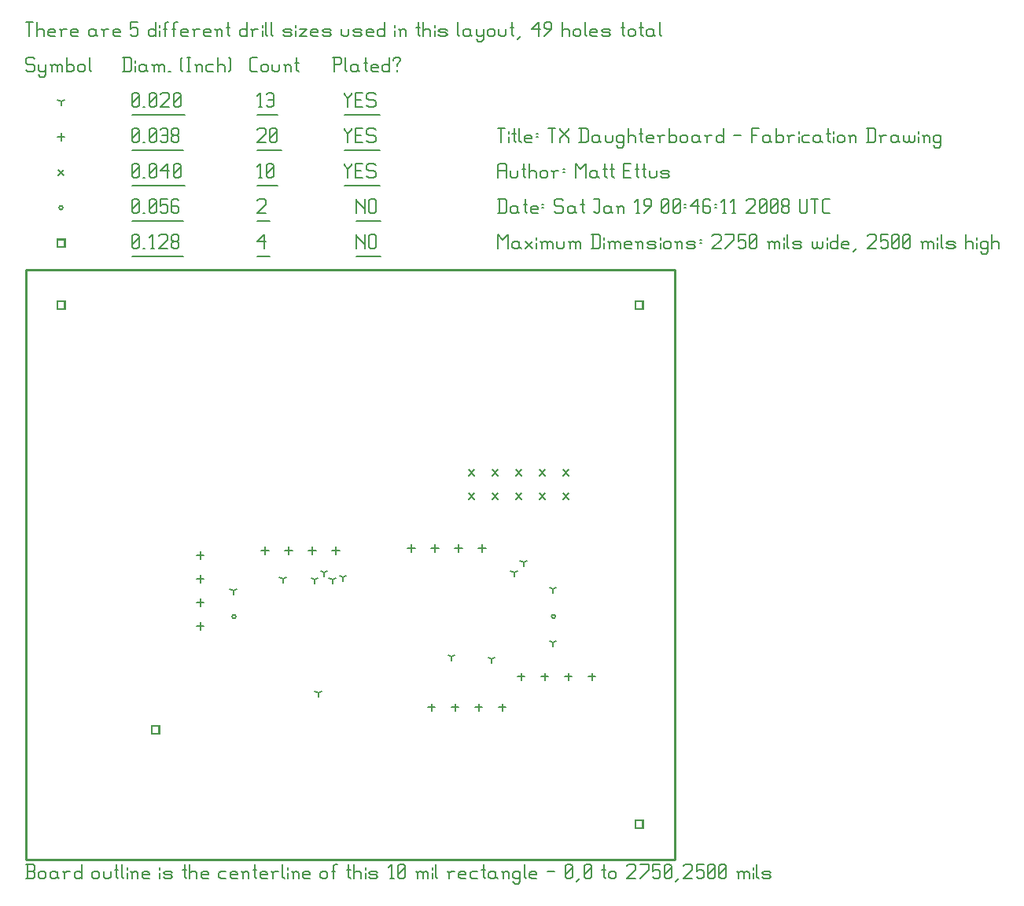
<source format=gbr>
G04 start of page 13 for group -3984 idx -3984
G04 Title: TX Daughterboard, fab *
G04 Creator: pcb 20070208 *
G04 CreationDate: Sat Jan 19 00:46:11 2008 UTC *
G04 For: matt *
G04 Format: Gerber/RS-274X *
G04 PCB-Dimensions: 275000 250000 *
G04 PCB-Coordinate-Origin: lower left *
%MOIN*%
%FSLAX24Y24*%
%LNFAB*%
%ADD11C,0.0100*%
%ADD30C,0.0060*%
%ADD31R,0.0080X0.0080*%
G54D31*X1340Y23660D02*X1660D01*
X1340D02*Y23340D01*
X1660D01*
Y23660D02*Y23340D01*
X25840Y23660D02*X26160D01*
X25840D02*Y23340D01*
X26160D01*
Y23660D02*Y23340D01*
X25840Y1660D02*X26160D01*
X25840D02*Y1340D01*
X26160D01*
Y1660D02*Y1340D01*
X5340Y5660D02*X5660D01*
X5340D02*Y5340D01*
X5660D01*
Y5660D02*Y5340D01*
X1340Y26285D02*X1660D01*
X1340D02*Y25965D01*
X1660D01*
Y26285D02*Y25965D01*
G54D30*X14000Y26500D02*Y25900D01*
Y26500D02*Y26425D01*
X14375Y26050D01*
Y26500D02*Y25900D01*
X14555Y26425D02*Y25975D01*
Y26425D02*X14630Y26500D01*
X14780D01*
X14855Y26425D01*
Y25975D01*
X14780Y25900D02*X14855Y25975D01*
X14630Y25900D02*X14780D01*
X14555Y25975D02*X14630Y25900D01*
X14000Y25574D02*X15035D01*
X9800Y26200D02*X10100Y26500D01*
X9800Y26200D02*X10175D01*
X10100Y26500D02*Y25900D01*
X9800Y25574D02*X10355D01*
X4500Y25975D02*X4575Y25900D01*
X4500Y26425D02*Y25975D01*
Y26425D02*X4575Y26500D01*
X4725D01*
X4800Y26425D01*
Y25975D01*
X4725Y25900D02*X4800Y25975D01*
X4575Y25900D02*X4725D01*
X4500Y26050D02*X4800Y26350D01*
X4980Y25900D02*X5055D01*
X5310D02*X5460D01*
X5385Y26500D02*Y25900D01*
X5235Y26350D02*X5385Y26500D01*
X5640Y26425D02*X5715Y26500D01*
X5940D01*
X6015Y26425D01*
Y26275D01*
X5640Y25900D02*X6015Y26275D01*
X5640Y25900D02*X6015D01*
X6195Y25975D02*X6270Y25900D01*
X6195Y26125D02*Y25975D01*
Y26125D02*X6270Y26200D01*
X6420D01*
X6495Y26125D01*
Y25975D01*
X6420Y25900D02*X6495Y25975D01*
X6270Y25900D02*X6420D01*
X6195Y26275D02*X6270Y26200D01*
X6195Y26425D02*Y26275D01*
Y26425D02*X6270Y26500D01*
X6420D01*
X6495Y26425D01*
Y26275D01*
X6420Y26200D02*X6495Y26275D01*
X4500Y25574D02*X6675D01*
X8750Y10300D02*G75*G03X8910Y10300I80J0D01*G01*
G75*G03X8750Y10300I-80J0D01*G01*
X22293D02*G75*G03X22453Y10300I80J0D01*G01*
G75*G03X22293Y10300I-80J0D01*G01*
X1420Y27625D02*G75*G03X1580Y27625I80J0D01*G01*
G75*G03X1420Y27625I-80J0D01*G01*
X14000Y28000D02*Y27400D01*
Y28000D02*Y27925D01*
X14375Y27550D01*
Y28000D02*Y27400D01*
X14555Y27925D02*Y27475D01*
Y27925D02*X14630Y28000D01*
X14780D01*
X14855Y27925D01*
Y27475D01*
X14780Y27400D02*X14855Y27475D01*
X14630Y27400D02*X14780D01*
X14555Y27475D02*X14630Y27400D01*
X14000Y27074D02*X15035D01*
X9800Y27925D02*X9875Y28000D01*
X10100D01*
X10175Y27925D01*
Y27775D01*
X9800Y27400D02*X10175Y27775D01*
X9800Y27400D02*X10175D01*
X9800Y27074D02*X10355D01*
X4500Y27475D02*X4575Y27400D01*
X4500Y27925D02*Y27475D01*
Y27925D02*X4575Y28000D01*
X4725D01*
X4800Y27925D01*
Y27475D01*
X4725Y27400D02*X4800Y27475D01*
X4575Y27400D02*X4725D01*
X4500Y27550D02*X4800Y27850D01*
X4980Y27400D02*X5055D01*
X5235Y27475D02*X5310Y27400D01*
X5235Y27925D02*Y27475D01*
Y27925D02*X5310Y28000D01*
X5460D01*
X5535Y27925D01*
Y27475D01*
X5460Y27400D02*X5535Y27475D01*
X5310Y27400D02*X5460D01*
X5235Y27550D02*X5535Y27850D01*
X5715Y28000D02*X6015D01*
X5715D02*Y27700D01*
X5790Y27775D01*
X5940D01*
X6015Y27700D01*
Y27475D01*
X5940Y27400D02*X6015Y27475D01*
X5790Y27400D02*X5940D01*
X5715Y27475D02*X5790Y27400D01*
X6420Y28000D02*X6495Y27925D01*
X6270Y28000D02*X6420D01*
X6195Y27925D02*X6270Y28000D01*
X6195Y27925D02*Y27475D01*
X6270Y27400D01*
X6420Y27700D02*X6495Y27625D01*
X6195Y27700D02*X6420D01*
X6270Y27400D02*X6420D01*
X6495Y27475D01*
Y27625D02*Y27475D01*
X4500Y27074D02*X6675D01*
X18780Y15520D02*X19020Y15280D01*
X18780D02*X19020Y15520D01*
X18780Y16520D02*X19020Y16280D01*
X18780D02*X19020Y16520D01*
X19780Y15520D02*X20020Y15280D01*
X19780D02*X20020Y15520D01*
X19780Y16520D02*X20020Y16280D01*
X19780D02*X20020Y16520D01*
X20780Y15520D02*X21020Y15280D01*
X20780D02*X21020Y15520D01*
X20780Y16520D02*X21020Y16280D01*
X20780D02*X21020Y16520D01*
X21780Y15520D02*X22020Y15280D01*
X21780D02*X22020Y15520D01*
X21780Y16520D02*X22020Y16280D01*
X21780D02*X22020Y16520D01*
X22780Y15520D02*X23020Y15280D01*
X22780D02*X23020Y15520D01*
X22780Y16520D02*X23020Y16280D01*
X22780D02*X23020Y16520D01*
X1380Y29245D02*X1620Y29005D01*
X1380D02*X1620Y29245D01*
X13500Y29500D02*Y29425D01*
X13650Y29275D01*
X13800Y29425D01*
Y29500D02*Y29425D01*
X13650Y29275D02*Y28900D01*
X13980Y29200D02*X14205D01*
X13980Y28900D02*X14280D01*
X13980Y29500D02*Y28900D01*
Y29500D02*X14280D01*
X14760D02*X14835Y29425D01*
X14535Y29500D02*X14760D01*
X14460Y29425D02*X14535Y29500D01*
X14460Y29425D02*Y29275D01*
X14535Y29200D01*
X14760D01*
X14835Y29125D01*
Y28975D01*
X14760Y28900D02*X14835Y28975D01*
X14535Y28900D02*X14760D01*
X14460Y28975D02*X14535Y28900D01*
X13500Y28574D02*X15015D01*
X9875Y28900D02*X10025D01*
X9950Y29500D02*Y28900D01*
X9800Y29350D02*X9950Y29500D01*
X10205Y28975D02*X10280Y28900D01*
X10205Y29425D02*Y28975D01*
Y29425D02*X10280Y29500D01*
X10430D01*
X10505Y29425D01*
Y28975D01*
X10430Y28900D02*X10505Y28975D01*
X10280Y28900D02*X10430D01*
X10205Y29050D02*X10505Y29350D01*
X9800Y28574D02*X10685D01*
X4500Y28975D02*X4575Y28900D01*
X4500Y29425D02*Y28975D01*
Y29425D02*X4575Y29500D01*
X4725D01*
X4800Y29425D01*
Y28975D01*
X4725Y28900D02*X4800Y28975D01*
X4575Y28900D02*X4725D01*
X4500Y29050D02*X4800Y29350D01*
X4980Y28900D02*X5055D01*
X5235Y28975D02*X5310Y28900D01*
X5235Y29425D02*Y28975D01*
Y29425D02*X5310Y29500D01*
X5460D01*
X5535Y29425D01*
Y28975D01*
X5460Y28900D02*X5535Y28975D01*
X5310Y28900D02*X5460D01*
X5235Y29050D02*X5535Y29350D01*
X5715Y29200D02*X6015Y29500D01*
X5715Y29200D02*X6090D01*
X6015Y29500D02*Y28900D01*
X6270Y28975D02*X6345Y28900D01*
X6270Y29425D02*Y28975D01*
Y29425D02*X6345Y29500D01*
X6495D01*
X6570Y29425D01*
Y28975D01*
X6495Y28900D02*X6570Y28975D01*
X6345Y28900D02*X6495D01*
X6270Y29050D02*X6570Y29350D01*
X4500Y28574D02*X6750D01*
X20200Y6610D02*Y6290D01*
X20040Y6450D02*X20360D01*
X19200Y6610D02*Y6290D01*
X19040Y6450D02*X19360D01*
X18200Y6610D02*Y6290D01*
X18040Y6450D02*X18360D01*
X17200Y6610D02*Y6290D01*
X17040Y6450D02*X17360D01*
X16350Y13360D02*Y13040D01*
X16190Y13200D02*X16510D01*
X17350Y13360D02*Y13040D01*
X17190Y13200D02*X17510D01*
X18350Y13360D02*Y13040D01*
X18190Y13200D02*X18510D01*
X19350Y13360D02*Y13040D01*
X19190Y13200D02*X19510D01*
X10150Y13260D02*Y12940D01*
X9990Y13100D02*X10310D01*
X11150Y13260D02*Y12940D01*
X10990Y13100D02*X11310D01*
X12150Y13260D02*Y12940D01*
X11990Y13100D02*X12310D01*
X13150Y13260D02*Y12940D01*
X12990Y13100D02*X13310D01*
X7400Y10060D02*Y9740D01*
X7240Y9900D02*X7560D01*
X7400Y11060D02*Y10740D01*
X7240Y10900D02*X7560D01*
X7400Y12060D02*Y11740D01*
X7240Y11900D02*X7560D01*
X7400Y13060D02*Y12740D01*
X7240Y12900D02*X7560D01*
X21000Y7910D02*Y7590D01*
X20840Y7750D02*X21160D01*
X22000Y7910D02*Y7590D01*
X21840Y7750D02*X22160D01*
X23000Y7910D02*Y7590D01*
X22840Y7750D02*X23160D01*
X24000Y7910D02*Y7590D01*
X23840Y7750D02*X24160D01*
X1500Y30785D02*Y30465D01*
X1340Y30625D02*X1660D01*
X13500Y31000D02*Y30925D01*
X13650Y30775D01*
X13800Y30925D01*
Y31000D02*Y30925D01*
X13650Y30775D02*Y30400D01*
X13980Y30700D02*X14205D01*
X13980Y30400D02*X14280D01*
X13980Y31000D02*Y30400D01*
Y31000D02*X14280D01*
X14760D02*X14835Y30925D01*
X14535Y31000D02*X14760D01*
X14460Y30925D02*X14535Y31000D01*
X14460Y30925D02*Y30775D01*
X14535Y30700D01*
X14760D01*
X14835Y30625D01*
Y30475D01*
X14760Y30400D02*X14835Y30475D01*
X14535Y30400D02*X14760D01*
X14460Y30475D02*X14535Y30400D01*
X13500Y30074D02*X15015D01*
X9800Y30925D02*X9875Y31000D01*
X10100D01*
X10175Y30925D01*
Y30775D01*
X9800Y30400D02*X10175Y30775D01*
X9800Y30400D02*X10175D01*
X10355Y30475D02*X10430Y30400D01*
X10355Y30925D02*Y30475D01*
Y30925D02*X10430Y31000D01*
X10580D01*
X10655Y30925D01*
Y30475D01*
X10580Y30400D02*X10655Y30475D01*
X10430Y30400D02*X10580D01*
X10355Y30550D02*X10655Y30850D01*
X9800Y30074D02*X10835D01*
X4500Y30475D02*X4575Y30400D01*
X4500Y30925D02*Y30475D01*
Y30925D02*X4575Y31000D01*
X4725D01*
X4800Y30925D01*
Y30475D01*
X4725Y30400D02*X4800Y30475D01*
X4575Y30400D02*X4725D01*
X4500Y30550D02*X4800Y30850D01*
X4980Y30400D02*X5055D01*
X5235Y30475D02*X5310Y30400D01*
X5235Y30925D02*Y30475D01*
Y30925D02*X5310Y31000D01*
X5460D01*
X5535Y30925D01*
Y30475D01*
X5460Y30400D02*X5535Y30475D01*
X5310Y30400D02*X5460D01*
X5235Y30550D02*X5535Y30850D01*
X5715Y30925D02*X5790Y31000D01*
X5940D01*
X6015Y30925D01*
Y30475D01*
X5940Y30400D02*X6015Y30475D01*
X5790Y30400D02*X5940D01*
X5715Y30475D02*X5790Y30400D01*
Y30700D02*X6015D01*
X6195Y30475D02*X6270Y30400D01*
X6195Y30625D02*Y30475D01*
Y30625D02*X6270Y30700D01*
X6420D01*
X6495Y30625D01*
Y30475D01*
X6420Y30400D02*X6495Y30475D01*
X6270Y30400D02*X6420D01*
X6195Y30775D02*X6270Y30700D01*
X6195Y30925D02*Y30775D01*
Y30925D02*X6270Y31000D01*
X6420D01*
X6495Y30925D01*
Y30775D01*
X6420Y30700D02*X6495Y30775D01*
X4500Y30074D02*X6675D01*
X18050Y8600D02*Y8440D01*
Y8600D02*X18188Y8680D01*
X18050Y8600D02*X17911Y8680D01*
X19750Y8500D02*Y8340D01*
Y8500D02*X19888Y8580D01*
X19750Y8500D02*X19611Y8580D01*
X22350Y9200D02*Y9040D01*
Y9200D02*X22488Y9280D01*
X22350Y9200D02*X22211Y9280D01*
X22350Y11450D02*Y11290D01*
Y11450D02*X22488Y11530D01*
X22350Y11450D02*X22211Y11530D01*
X13450Y11950D02*Y11790D01*
Y11950D02*X13588Y12030D01*
X13450Y11950D02*X13311Y12030D01*
X13000Y11850D02*Y11690D01*
Y11850D02*X13138Y11930D01*
X13000Y11850D02*X12861Y11930D01*
X10900Y11900D02*Y11740D01*
Y11900D02*X11038Y11980D01*
X10900Y11900D02*X10761Y11980D01*
X12400Y7050D02*Y6890D01*
Y7050D02*X12538Y7130D01*
X12400Y7050D02*X12261Y7130D01*
X12650Y12150D02*Y11990D01*
Y12150D02*X12788Y12230D01*
X12650Y12150D02*X12511Y12230D01*
X12250Y11850D02*Y11690D01*
Y11850D02*X12388Y11930D01*
X12250Y11850D02*X12111Y11930D01*
X8800Y11400D02*Y11240D01*
Y11400D02*X8938Y11480D01*
X8800Y11400D02*X8661Y11480D01*
X20700Y12150D02*Y11990D01*
Y12150D02*X20838Y12230D01*
X20700Y12150D02*X20561Y12230D01*
X21100Y12600D02*Y12440D01*
Y12600D02*X21238Y12680D01*
X21100Y12600D02*X20961Y12680D01*
X1500Y32125D02*Y31965D01*
Y32125D02*X1638Y32205D01*
X1500Y32125D02*X1361Y32205D01*
X13500Y32500D02*Y32425D01*
X13650Y32275D01*
X13800Y32425D01*
Y32500D02*Y32425D01*
X13650Y32275D02*Y31900D01*
X13980Y32200D02*X14205D01*
X13980Y31900D02*X14280D01*
X13980Y32500D02*Y31900D01*
Y32500D02*X14280D01*
X14760D02*X14835Y32425D01*
X14535Y32500D02*X14760D01*
X14460Y32425D02*X14535Y32500D01*
X14460Y32425D02*Y32275D01*
X14535Y32200D01*
X14760D01*
X14835Y32125D01*
Y31975D01*
X14760Y31900D02*X14835Y31975D01*
X14535Y31900D02*X14760D01*
X14460Y31975D02*X14535Y31900D01*
X13500Y31574D02*X15015D01*
X9875Y31900D02*X10025D01*
X9950Y32500D02*Y31900D01*
X9800Y32350D02*X9950Y32500D01*
X10205Y32425D02*X10280Y32500D01*
X10430D01*
X10505Y32425D01*
Y31975D01*
X10430Y31900D02*X10505Y31975D01*
X10280Y31900D02*X10430D01*
X10205Y31975D02*X10280Y31900D01*
Y32200D02*X10505D01*
X9800Y31574D02*X10685D01*
X4500Y31975D02*X4575Y31900D01*
X4500Y32425D02*Y31975D01*
Y32425D02*X4575Y32500D01*
X4725D01*
X4800Y32425D01*
Y31975D01*
X4725Y31900D02*X4800Y31975D01*
X4575Y31900D02*X4725D01*
X4500Y32050D02*X4800Y32350D01*
X4980Y31900D02*X5055D01*
X5235Y31975D02*X5310Y31900D01*
X5235Y32425D02*Y31975D01*
Y32425D02*X5310Y32500D01*
X5460D01*
X5535Y32425D01*
Y31975D01*
X5460Y31900D02*X5535Y31975D01*
X5310Y31900D02*X5460D01*
X5235Y32050D02*X5535Y32350D01*
X5715Y32425D02*X5790Y32500D01*
X6015D01*
X6090Y32425D01*
Y32275D01*
X5715Y31900D02*X6090Y32275D01*
X5715Y31900D02*X6090D01*
X6270Y31975D02*X6345Y31900D01*
X6270Y32425D02*Y31975D01*
Y32425D02*X6345Y32500D01*
X6495D01*
X6570Y32425D01*
Y31975D01*
X6495Y31900D02*X6570Y31975D01*
X6345Y31900D02*X6495D01*
X6270Y32050D02*X6570Y32350D01*
X4500Y31574D02*X6750D01*
X300Y34000D02*X375Y33925D01*
X75Y34000D02*X300D01*
X0Y33925D02*X75Y34000D01*
X0Y33925D02*Y33775D01*
X75Y33700D01*
X300D01*
X375Y33625D01*
Y33475D01*
X300Y33400D02*X375Y33475D01*
X75Y33400D02*X300D01*
X0Y33475D02*X75Y33400D01*
X555Y33700D02*Y33475D01*
X630Y33400D01*
X855Y33700D02*Y33250D01*
X780Y33175D02*X855Y33250D01*
X630Y33175D02*X780D01*
X555Y33250D02*X630Y33175D01*
Y33400D02*X780D01*
X855Y33475D01*
X1110Y33625D02*Y33400D01*
Y33625D02*X1185Y33700D01*
X1260D01*
X1335Y33625D01*
Y33400D01*
Y33625D02*X1410Y33700D01*
X1485D01*
X1560Y33625D01*
Y33400D01*
X1035Y33700D02*X1110Y33625D01*
X1740Y34000D02*Y33400D01*
Y33475D02*X1815Y33400D01*
X1965D01*
X2040Y33475D01*
Y33625D02*Y33475D01*
X1965Y33700D02*X2040Y33625D01*
X1815Y33700D02*X1965D01*
X1740Y33625D02*X1815Y33700D01*
X2220Y33625D02*Y33475D01*
Y33625D02*X2295Y33700D01*
X2445D01*
X2520Y33625D01*
Y33475D01*
X2445Y33400D02*X2520Y33475D01*
X2295Y33400D02*X2445D01*
X2220Y33475D02*X2295Y33400D01*
X2700Y34000D02*Y33475D01*
X2775Y33400D01*
X4175Y34000D02*Y33400D01*
X4400Y34000D02*X4475Y33925D01*
Y33475D01*
X4400Y33400D02*X4475Y33475D01*
X4100Y33400D02*X4400D01*
X4100Y34000D02*X4400D01*
X4655Y33850D02*Y33775D01*
Y33625D02*Y33400D01*
X5030Y33700D02*X5105Y33625D01*
X4880Y33700D02*X5030D01*
X4805Y33625D02*X4880Y33700D01*
X4805Y33625D02*Y33475D01*
X4880Y33400D01*
X5105Y33700D02*Y33475D01*
X5180Y33400D01*
X4880D02*X5030D01*
X5105Y33475D01*
X5435Y33625D02*Y33400D01*
Y33625D02*X5510Y33700D01*
X5585D01*
X5660Y33625D01*
Y33400D01*
Y33625D02*X5735Y33700D01*
X5810D01*
X5885Y33625D01*
Y33400D01*
X5360Y33700D02*X5435Y33625D01*
X6065Y33400D02*X6140D01*
X6590Y33475D02*X6665Y33400D01*
X6590Y33925D02*X6665Y34000D01*
X6590Y33925D02*Y33475D01*
X6845Y34000D02*X6995D01*
X6920D02*Y33400D01*
X6845D02*X6995D01*
X7251Y33625D02*Y33400D01*
Y33625D02*X7326Y33700D01*
X7401D01*
X7476Y33625D01*
Y33400D01*
X7176Y33700D02*X7251Y33625D01*
X7731Y33700D02*X7956D01*
X7656Y33625D02*X7731Y33700D01*
X7656Y33625D02*Y33475D01*
X7731Y33400D01*
X7956D01*
X8136Y34000D02*Y33400D01*
Y33625D02*X8211Y33700D01*
X8361D01*
X8436Y33625D01*
Y33400D01*
X8616Y34000D02*X8691Y33925D01*
Y33475D01*
X8616Y33400D02*X8691Y33475D01*
X9575Y33400D02*X9800D01*
X9500Y33475D02*X9575Y33400D01*
X9500Y33925D02*Y33475D01*
Y33925D02*X9575Y34000D01*
X9800D01*
X9980Y33625D02*Y33475D01*
Y33625D02*X10055Y33700D01*
X10205D01*
X10280Y33625D01*
Y33475D01*
X10205Y33400D02*X10280Y33475D01*
X10055Y33400D02*X10205D01*
X9980Y33475D02*X10055Y33400D01*
X10460Y33700D02*Y33475D01*
X10535Y33400D01*
X10685D01*
X10760Y33475D01*
Y33700D02*Y33475D01*
X11015Y33625D02*Y33400D01*
Y33625D02*X11090Y33700D01*
X11165D01*
X11240Y33625D01*
Y33400D01*
X10940Y33700D02*X11015Y33625D01*
X11495Y34000D02*Y33475D01*
X11570Y33400D01*
X11420Y33775D02*X11570D01*
X13075Y34000D02*Y33400D01*
X13000Y34000D02*X13300D01*
X13375Y33925D01*
Y33775D01*
X13300Y33700D02*X13375Y33775D01*
X13075Y33700D02*X13300D01*
X13555Y34000D02*Y33475D01*
X13630Y33400D01*
X14005Y33700D02*X14080Y33625D01*
X13855Y33700D02*X14005D01*
X13780Y33625D02*X13855Y33700D01*
X13780Y33625D02*Y33475D01*
X13855Y33400D01*
X14080Y33700D02*Y33475D01*
X14155Y33400D01*
X13855D02*X14005D01*
X14080Y33475D01*
X14410Y34000D02*Y33475D01*
X14485Y33400D01*
X14335Y33775D02*X14485D01*
X14710Y33400D02*X14935D01*
X14635Y33475D02*X14710Y33400D01*
X14635Y33625D02*Y33475D01*
Y33625D02*X14710Y33700D01*
X14860D01*
X14935Y33625D01*
X14635Y33550D02*X14935D01*
Y33625D02*Y33550D01*
X15415Y34000D02*Y33400D01*
X15340D02*X15415Y33475D01*
X15190Y33400D02*X15340D01*
X15115Y33475D02*X15190Y33400D01*
X15115Y33625D02*Y33475D01*
Y33625D02*X15190Y33700D01*
X15340D01*
X15415Y33625D01*
X15745Y33700D02*Y33625D01*
Y33475D02*Y33400D01*
X15595Y33925D02*Y33850D01*
Y33925D02*X15670Y34000D01*
X15820D01*
X15895Y33925D01*
Y33850D01*
X15745Y33700D02*X15895Y33850D01*
X0Y35500D02*X300D01*
X150D02*Y34900D01*
X480Y35500D02*Y34900D01*
Y35125D02*X555Y35200D01*
X705D01*
X780Y35125D01*
Y34900D01*
X1035D02*X1260D01*
X960Y34975D02*X1035Y34900D01*
X960Y35125D02*Y34975D01*
Y35125D02*X1035Y35200D01*
X1185D01*
X1260Y35125D01*
X960Y35050D02*X1260D01*
Y35125D02*Y35050D01*
X1515Y35125D02*Y34900D01*
Y35125D02*X1590Y35200D01*
X1740D01*
X1440D02*X1515Y35125D01*
X1995Y34900D02*X2220D01*
X1920Y34975D02*X1995Y34900D01*
X1920Y35125D02*Y34975D01*
Y35125D02*X1995Y35200D01*
X2145D01*
X2220Y35125D01*
X1920Y35050D02*X2220D01*
Y35125D02*Y35050D01*
X2895Y35200D02*X2970Y35125D01*
X2745Y35200D02*X2895D01*
X2670Y35125D02*X2745Y35200D01*
X2670Y35125D02*Y34975D01*
X2745Y34900D01*
X2970Y35200D02*Y34975D01*
X3045Y34900D01*
X2745D02*X2895D01*
X2970Y34975D01*
X3300Y35125D02*Y34900D01*
Y35125D02*X3375Y35200D01*
X3525D01*
X3225D02*X3300Y35125D01*
X3781Y34900D02*X4006D01*
X3706Y34975D02*X3781Y34900D01*
X3706Y35125D02*Y34975D01*
Y35125D02*X3781Y35200D01*
X3931D01*
X4006Y35125D01*
X3706Y35050D02*X4006D01*
Y35125D02*Y35050D01*
X4456Y35500D02*X4756D01*
X4456D02*Y35200D01*
X4531Y35275D01*
X4681D01*
X4756Y35200D01*
Y34975D01*
X4681Y34900D02*X4756Y34975D01*
X4531Y34900D02*X4681D01*
X4456Y34975D02*X4531Y34900D01*
X5506Y35500D02*Y34900D01*
X5431D02*X5506Y34975D01*
X5281Y34900D02*X5431D01*
X5206Y34975D02*X5281Y34900D01*
X5206Y35125D02*Y34975D01*
Y35125D02*X5281Y35200D01*
X5431D01*
X5506Y35125D01*
X5686Y35350D02*Y35275D01*
Y35125D02*Y34900D01*
X5911Y35425D02*Y34900D01*
Y35425D02*X5986Y35500D01*
X6061D01*
X5836Y35200D02*X5986D01*
X6286Y35425D02*Y34900D01*
Y35425D02*X6361Y35500D01*
X6436D01*
X6211Y35200D02*X6361D01*
X6661Y34900D02*X6886D01*
X6586Y34975D02*X6661Y34900D01*
X6586Y35125D02*Y34975D01*
Y35125D02*X6661Y35200D01*
X6811D01*
X6886Y35125D01*
X6586Y35050D02*X6886D01*
Y35125D02*Y35050D01*
X7142Y35125D02*Y34900D01*
Y35125D02*X7217Y35200D01*
X7367D01*
X7067D02*X7142Y35125D01*
X7622Y34900D02*X7847D01*
X7547Y34975D02*X7622Y34900D01*
X7547Y35125D02*Y34975D01*
Y35125D02*X7622Y35200D01*
X7772D01*
X7847Y35125D01*
X7547Y35050D02*X7847D01*
Y35125D02*Y35050D01*
X8102Y35125D02*Y34900D01*
Y35125D02*X8177Y35200D01*
X8252D01*
X8327Y35125D01*
Y34900D01*
X8027Y35200D02*X8102Y35125D01*
X8582Y35500D02*Y34975D01*
X8657Y34900D01*
X8507Y35275D02*X8657D01*
X9377Y35500D02*Y34900D01*
X9302D02*X9377Y34975D01*
X9152Y34900D02*X9302D01*
X9077Y34975D02*X9152Y34900D01*
X9077Y35125D02*Y34975D01*
Y35125D02*X9152Y35200D01*
X9302D01*
X9377Y35125D01*
X9632D02*Y34900D01*
Y35125D02*X9707Y35200D01*
X9857D01*
X9557D02*X9632Y35125D01*
X10038Y35350D02*Y35275D01*
Y35125D02*Y34900D01*
X10188Y35500D02*Y34975D01*
X10263Y34900D01*
X10413Y35500D02*Y34975D01*
X10488Y34900D01*
X10983D02*X11208D01*
X11283Y34975D01*
X11208Y35050D02*X11283Y34975D01*
X10983Y35050D02*X11208D01*
X10908Y35125D02*X10983Y35050D01*
X10908Y35125D02*X10983Y35200D01*
X11208D01*
X11283Y35125D01*
X10908Y34975D02*X10983Y34900D01*
X11463Y35350D02*Y35275D01*
Y35125D02*Y34900D01*
X11613Y35200D02*X11913D01*
X11613Y34900D02*X11913Y35200D01*
X11613Y34900D02*X11913D01*
X12168D02*X12393D01*
X12093Y34975D02*X12168Y34900D01*
X12093Y35125D02*Y34975D01*
Y35125D02*X12168Y35200D01*
X12318D01*
X12393Y35125D01*
X12093Y35050D02*X12393D01*
Y35125D02*Y35050D01*
X12649Y34900D02*X12874D01*
X12949Y34975D01*
X12874Y35050D02*X12949Y34975D01*
X12649Y35050D02*X12874D01*
X12574Y35125D02*X12649Y35050D01*
X12574Y35125D02*X12649Y35200D01*
X12874D01*
X12949Y35125D01*
X12574Y34975D02*X12649Y34900D01*
X13399Y35200D02*Y34975D01*
X13474Y34900D01*
X13624D01*
X13699Y34975D01*
Y35200D02*Y34975D01*
X13954Y34900D02*X14179D01*
X14254Y34975D01*
X14179Y35050D02*X14254Y34975D01*
X13954Y35050D02*X14179D01*
X13879Y35125D02*X13954Y35050D01*
X13879Y35125D02*X13954Y35200D01*
X14179D01*
X14254Y35125D01*
X13879Y34975D02*X13954Y34900D01*
X14509D02*X14734D01*
X14434Y34975D02*X14509Y34900D01*
X14434Y35125D02*Y34975D01*
Y35125D02*X14509Y35200D01*
X14659D01*
X14734Y35125D01*
X14434Y35050D02*X14734D01*
Y35125D02*Y35050D01*
X15214Y35500D02*Y34900D01*
X15139D02*X15214Y34975D01*
X14989Y34900D02*X15139D01*
X14914Y34975D02*X14989Y34900D01*
X14914Y35125D02*Y34975D01*
Y35125D02*X14989Y35200D01*
X15139D01*
X15214Y35125D01*
X15664Y35350D02*Y35275D01*
Y35125D02*Y34900D01*
X15889Y35125D02*Y34900D01*
Y35125D02*X15964Y35200D01*
X16039D01*
X16114Y35125D01*
Y34900D01*
X15814Y35200D02*X15889Y35125D01*
X16640Y35500D02*Y34975D01*
X16715Y34900D01*
X16565Y35275D02*X16715D01*
X16865Y35500D02*Y34900D01*
Y35125D02*X16940Y35200D01*
X17090D01*
X17165Y35125D01*
Y34900D01*
X17345Y35350D02*Y35275D01*
Y35125D02*Y34900D01*
X17570D02*X17795D01*
X17870Y34975D01*
X17795Y35050D02*X17870Y34975D01*
X17570Y35050D02*X17795D01*
X17495Y35125D02*X17570Y35050D01*
X17495Y35125D02*X17570Y35200D01*
X17795D01*
X17870Y35125D01*
X17495Y34975D02*X17570Y34900D01*
X18320Y35500D02*Y34975D01*
X18395Y34900D01*
X18770Y35200D02*X18845Y35125D01*
X18620Y35200D02*X18770D01*
X18545Y35125D02*X18620Y35200D01*
X18545Y35125D02*Y34975D01*
X18620Y34900D01*
X18845Y35200D02*Y34975D01*
X18920Y34900D01*
X18620D02*X18770D01*
X18845Y34975D01*
X19101Y35200D02*Y34975D01*
X19176Y34900D01*
X19401Y35200D02*Y34750D01*
X19326Y34675D02*X19401Y34750D01*
X19176Y34675D02*X19326D01*
X19101Y34750D02*X19176Y34675D01*
Y34900D02*X19326D01*
X19401Y34975D01*
X19581Y35125D02*Y34975D01*
Y35125D02*X19656Y35200D01*
X19806D01*
X19881Y35125D01*
Y34975D01*
X19806Y34900D02*X19881Y34975D01*
X19656Y34900D02*X19806D01*
X19581Y34975D02*X19656Y34900D01*
X20061Y35200D02*Y34975D01*
X20136Y34900D01*
X20286D01*
X20361Y34975D01*
Y35200D02*Y34975D01*
X20616Y35500D02*Y34975D01*
X20691Y34900D01*
X20541Y35275D02*X20691D01*
X20841Y34750D02*X20991Y34900D01*
X21441Y35200D02*X21741Y35500D01*
X21441Y35200D02*X21816D01*
X21741Y35500D02*Y34900D01*
X21996D02*X22296Y35200D01*
Y35425D02*Y35200D01*
X22221Y35500D02*X22296Y35425D01*
X22071Y35500D02*X22221D01*
X21996Y35425D02*X22071Y35500D01*
X21996Y35425D02*Y35275D01*
X22071Y35200D01*
X22296D01*
X22747Y35500D02*Y34900D01*
Y35125D02*X22822Y35200D01*
X22972D01*
X23047Y35125D01*
Y34900D01*
X23227Y35125D02*Y34975D01*
Y35125D02*X23302Y35200D01*
X23452D01*
X23527Y35125D01*
Y34975D01*
X23452Y34900D02*X23527Y34975D01*
X23302Y34900D02*X23452D01*
X23227Y34975D02*X23302Y34900D01*
X23707Y35500D02*Y34975D01*
X23782Y34900D01*
X24007D02*X24232D01*
X23932Y34975D02*X24007Y34900D01*
X23932Y35125D02*Y34975D01*
Y35125D02*X24007Y35200D01*
X24157D01*
X24232Y35125D01*
X23932Y35050D02*X24232D01*
Y35125D02*Y35050D01*
X24487Y34900D02*X24712D01*
X24787Y34975D01*
X24712Y35050D02*X24787Y34975D01*
X24487Y35050D02*X24712D01*
X24412Y35125D02*X24487Y35050D01*
X24412Y35125D02*X24487Y35200D01*
X24712D01*
X24787Y35125D01*
X24412Y34975D02*X24487Y34900D01*
X25312Y35500D02*Y34975D01*
X25387Y34900D01*
X25237Y35275D02*X25387D01*
X25537Y35125D02*Y34975D01*
Y35125D02*X25612Y35200D01*
X25762D01*
X25837Y35125D01*
Y34975D01*
X25762Y34900D02*X25837Y34975D01*
X25612Y34900D02*X25762D01*
X25537Y34975D02*X25612Y34900D01*
X26093Y35500D02*Y34975D01*
X26168Y34900D01*
X26018Y35275D02*X26168D01*
X26543Y35200D02*X26618Y35125D01*
X26393Y35200D02*X26543D01*
X26318Y35125D02*X26393Y35200D01*
X26318Y35125D02*Y34975D01*
X26393Y34900D01*
X26618Y35200D02*Y34975D01*
X26693Y34900D01*
X26393D02*X26543D01*
X26618Y34975D01*
X26873Y35500D02*Y34975D01*
X26948Y34900D01*
G54D11*X0Y25000D02*X27500D01*
X0D02*Y0D01*
X27500Y25000D02*Y0D01*
X0D02*X27500D01*
G54D30*X20000Y26500D02*Y25900D01*
Y26500D02*X20225Y26275D01*
X20450Y26500D01*
Y25900D01*
X20855Y26200D02*X20930Y26125D01*
X20705Y26200D02*X20855D01*
X20630Y26125D02*X20705Y26200D01*
X20630Y26125D02*Y25975D01*
X20705Y25900D01*
X20930Y26200D02*Y25975D01*
X21005Y25900D01*
X20705D02*X20855D01*
X20930Y25975D01*
X21185Y26200D02*X21485Y25900D01*
X21185D02*X21485Y26200D01*
X21665Y26350D02*Y26275D01*
Y26125D02*Y25900D01*
X21890Y26125D02*Y25900D01*
Y26125D02*X21965Y26200D01*
X22040D01*
X22115Y26125D01*
Y25900D01*
Y26125D02*X22190Y26200D01*
X22265D01*
X22340Y26125D01*
Y25900D01*
X21815Y26200D02*X21890Y26125D01*
X22520Y26200D02*Y25975D01*
X22595Y25900D01*
X22745D01*
X22820Y25975D01*
Y26200D02*Y25975D01*
X23075Y26125D02*Y25900D01*
Y26125D02*X23150Y26200D01*
X23225D01*
X23300Y26125D01*
Y25900D01*
Y26125D02*X23375Y26200D01*
X23450D01*
X23525Y26125D01*
Y25900D01*
X23000Y26200D02*X23075Y26125D01*
X24051Y26500D02*Y25900D01*
X24276Y26500D02*X24351Y26425D01*
Y25975D01*
X24276Y25900D02*X24351Y25975D01*
X23976Y25900D02*X24276D01*
X23976Y26500D02*X24276D01*
X24531Y26350D02*Y26275D01*
Y26125D02*Y25900D01*
X24756Y26125D02*Y25900D01*
Y26125D02*X24831Y26200D01*
X24906D01*
X24981Y26125D01*
Y25900D01*
Y26125D02*X25056Y26200D01*
X25131D01*
X25206Y26125D01*
Y25900D01*
X24681Y26200D02*X24756Y26125D01*
X25461Y25900D02*X25686D01*
X25386Y25975D02*X25461Y25900D01*
X25386Y26125D02*Y25975D01*
Y26125D02*X25461Y26200D01*
X25611D01*
X25686Y26125D01*
X25386Y26050D02*X25686D01*
Y26125D02*Y26050D01*
X25941Y26125D02*Y25900D01*
Y26125D02*X26016Y26200D01*
X26091D01*
X26166Y26125D01*
Y25900D01*
X25866Y26200D02*X25941Y26125D01*
X26421Y25900D02*X26646D01*
X26721Y25975D01*
X26646Y26050D02*X26721Y25975D01*
X26421Y26050D02*X26646D01*
X26346Y26125D02*X26421Y26050D01*
X26346Y26125D02*X26421Y26200D01*
X26646D01*
X26721Y26125D01*
X26346Y25975D02*X26421Y25900D01*
X26901Y26350D02*Y26275D01*
Y26125D02*Y25900D01*
X27052Y26125D02*Y25975D01*
Y26125D02*X27127Y26200D01*
X27277D01*
X27352Y26125D01*
Y25975D01*
X27277Y25900D02*X27352Y25975D01*
X27127Y25900D02*X27277D01*
X27052Y25975D02*X27127Y25900D01*
X27607Y26125D02*Y25900D01*
Y26125D02*X27682Y26200D01*
X27757D01*
X27832Y26125D01*
Y25900D01*
X27532Y26200D02*X27607Y26125D01*
X28087Y25900D02*X28312D01*
X28387Y25975D01*
X28312Y26050D02*X28387Y25975D01*
X28087Y26050D02*X28312D01*
X28012Y26125D02*X28087Y26050D01*
X28012Y26125D02*X28087Y26200D01*
X28312D01*
X28387Y26125D01*
X28012Y25975D02*X28087Y25900D01*
X28567Y26275D02*X28642D01*
X28567Y26125D02*X28642D01*
X29092Y26425D02*X29167Y26500D01*
X29392D01*
X29467Y26425D01*
Y26275D01*
X29092Y25900D02*X29467Y26275D01*
X29092Y25900D02*X29467D01*
X29647D02*X30022Y26275D01*
Y26500D02*Y26275D01*
X29647Y26500D02*X30022D01*
X30203D02*X30503D01*
X30203D02*Y26200D01*
X30278Y26275D01*
X30428D01*
X30503Y26200D01*
Y25975D01*
X30428Y25900D02*X30503Y25975D01*
X30278Y25900D02*X30428D01*
X30203Y25975D02*X30278Y25900D01*
X30683Y25975D02*X30758Y25900D01*
X30683Y26425D02*Y25975D01*
Y26425D02*X30758Y26500D01*
X30908D01*
X30983Y26425D01*
Y25975D01*
X30908Y25900D02*X30983Y25975D01*
X30758Y25900D02*X30908D01*
X30683Y26050D02*X30983Y26350D01*
X31508Y26125D02*Y25900D01*
Y26125D02*X31583Y26200D01*
X31658D01*
X31733Y26125D01*
Y25900D01*
Y26125D02*X31808Y26200D01*
X31883D01*
X31958Y26125D01*
Y25900D01*
X31433Y26200D02*X31508Y26125D01*
X32138Y26350D02*Y26275D01*
Y26125D02*Y25900D01*
X32288Y26500D02*Y25975D01*
X32363Y25900D01*
X32588D02*X32813D01*
X32888Y25975D01*
X32813Y26050D02*X32888Y25975D01*
X32588Y26050D02*X32813D01*
X32513Y26125D02*X32588Y26050D01*
X32513Y26125D02*X32588Y26200D01*
X32813D01*
X32888Y26125D01*
X32513Y25975D02*X32588Y25900D01*
X33338Y26200D02*Y25975D01*
X33413Y25900D01*
X33488D01*
X33563Y25975D01*
Y26200D02*Y25975D01*
X33638Y25900D01*
X33713D01*
X33788Y25975D01*
Y26200D02*Y25975D01*
X33969Y26350D02*Y26275D01*
Y26125D02*Y25900D01*
X34419Y26500D02*Y25900D01*
X34344D02*X34419Y25975D01*
X34194Y25900D02*X34344D01*
X34119Y25975D02*X34194Y25900D01*
X34119Y26125D02*Y25975D01*
Y26125D02*X34194Y26200D01*
X34344D01*
X34419Y26125D01*
X34674Y25900D02*X34899D01*
X34599Y25975D02*X34674Y25900D01*
X34599Y26125D02*Y25975D01*
Y26125D02*X34674Y26200D01*
X34824D01*
X34899Y26125D01*
X34599Y26050D02*X34899D01*
Y26125D02*Y26050D01*
X35079Y25750D02*X35229Y25900D01*
X35679Y26425D02*X35754Y26500D01*
X35979D01*
X36054Y26425D01*
Y26275D01*
X35679Y25900D02*X36054Y26275D01*
X35679Y25900D02*X36054D01*
X36234Y26500D02*X36534D01*
X36234D02*Y26200D01*
X36309Y26275D01*
X36459D01*
X36534Y26200D01*
Y25975D01*
X36459Y25900D02*X36534Y25975D01*
X36309Y25900D02*X36459D01*
X36234Y25975D02*X36309Y25900D01*
X36714Y25975D02*X36789Y25900D01*
X36714Y26425D02*Y25975D01*
Y26425D02*X36789Y26500D01*
X36939D01*
X37014Y26425D01*
Y25975D01*
X36939Y25900D02*X37014Y25975D01*
X36789Y25900D02*X36939D01*
X36714Y26050D02*X37014Y26350D01*
X37195Y25975D02*X37270Y25900D01*
X37195Y26425D02*Y25975D01*
Y26425D02*X37270Y26500D01*
X37420D01*
X37495Y26425D01*
Y25975D01*
X37420Y25900D02*X37495Y25975D01*
X37270Y25900D02*X37420D01*
X37195Y26050D02*X37495Y26350D01*
X38020Y26125D02*Y25900D01*
Y26125D02*X38095Y26200D01*
X38170D01*
X38245Y26125D01*
Y25900D01*
Y26125D02*X38320Y26200D01*
X38395D01*
X38470Y26125D01*
Y25900D01*
X37945Y26200D02*X38020Y26125D01*
X38650Y26350D02*Y26275D01*
Y26125D02*Y25900D01*
X38800Y26500D02*Y25975D01*
X38875Y25900D01*
X39100D02*X39325D01*
X39400Y25975D01*
X39325Y26050D02*X39400Y25975D01*
X39100Y26050D02*X39325D01*
X39025Y26125D02*X39100Y26050D01*
X39025Y26125D02*X39100Y26200D01*
X39325D01*
X39400Y26125D01*
X39025Y25975D02*X39100Y25900D01*
X39850Y26500D02*Y25900D01*
Y26125D02*X39925Y26200D01*
X40075D01*
X40150Y26125D01*
Y25900D01*
X40331Y26350D02*Y26275D01*
Y26125D02*Y25900D01*
X40706Y26200D02*X40781Y26125D01*
X40556Y26200D02*X40706D01*
X40481Y26125D02*X40556Y26200D01*
X40481Y26125D02*Y25975D01*
X40556Y25900D01*
X40706D01*
X40781Y25975D01*
X40481Y25750D02*X40556Y25675D01*
X40706D01*
X40781Y25750D01*
Y26200D02*Y25750D01*
X40961Y26500D02*Y25900D01*
Y26125D02*X41036Y26200D01*
X41186D01*
X41261Y26125D01*
Y25900D01*
X0Y-800D02*X300D01*
X375Y-725D01*
Y-575D02*Y-725D01*
X300Y-500D02*X375Y-575D01*
X75Y-500D02*X300D01*
X75Y-200D02*Y-800D01*
X0Y-200D02*X300D01*
X375Y-275D01*
Y-425D01*
X300Y-500D02*X375Y-425D01*
X555Y-575D02*Y-725D01*
Y-575D02*X630Y-500D01*
X780D01*
X855Y-575D01*
Y-725D01*
X780Y-800D02*X855Y-725D01*
X630Y-800D02*X780D01*
X555Y-725D02*X630Y-800D01*
X1260Y-500D02*X1335Y-575D01*
X1110Y-500D02*X1260D01*
X1035Y-575D02*X1110Y-500D01*
X1035Y-575D02*Y-725D01*
X1110Y-800D01*
X1335Y-500D02*Y-725D01*
X1410Y-800D01*
X1110D02*X1260D01*
X1335Y-725D01*
X1665Y-575D02*Y-800D01*
Y-575D02*X1740Y-500D01*
X1890D01*
X1590D02*X1665Y-575D01*
X2370Y-200D02*Y-800D01*
X2295D02*X2370Y-725D01*
X2145Y-800D02*X2295D01*
X2070Y-725D02*X2145Y-800D01*
X2070Y-575D02*Y-725D01*
Y-575D02*X2145Y-500D01*
X2295D01*
X2370Y-575D01*
X2820D02*Y-725D01*
Y-575D02*X2895Y-500D01*
X3045D01*
X3120Y-575D01*
Y-725D01*
X3045Y-800D02*X3120Y-725D01*
X2895Y-800D02*X3045D01*
X2820Y-725D02*X2895Y-800D01*
X3300Y-500D02*Y-725D01*
X3375Y-800D01*
X3525D01*
X3600Y-725D01*
Y-500D02*Y-725D01*
X3856Y-200D02*Y-725D01*
X3931Y-800D01*
X3781Y-425D02*X3931D01*
X4081Y-200D02*Y-725D01*
X4156Y-800D01*
X4306Y-350D02*Y-425D01*
Y-575D02*Y-800D01*
X4531Y-575D02*Y-800D01*
Y-575D02*X4606Y-500D01*
X4681D01*
X4756Y-575D01*
Y-800D01*
X4456Y-500D02*X4531Y-575D01*
X5011Y-800D02*X5236D01*
X4936Y-725D02*X5011Y-800D01*
X4936Y-575D02*Y-725D01*
Y-575D02*X5011Y-500D01*
X5161D01*
X5236Y-575D01*
X4936Y-650D02*X5236D01*
Y-575D02*Y-650D01*
X5686Y-350D02*Y-425D01*
Y-575D02*Y-800D01*
X5911D02*X6136D01*
X6211Y-725D01*
X6136Y-650D02*X6211Y-725D01*
X5911Y-650D02*X6136D01*
X5836Y-575D02*X5911Y-650D01*
X5836Y-575D02*X5911Y-500D01*
X6136D01*
X6211Y-575D01*
X5836Y-725D02*X5911Y-800D01*
X6737Y-200D02*Y-725D01*
X6812Y-800D01*
X6662Y-425D02*X6812D01*
X6962Y-200D02*Y-800D01*
Y-575D02*X7037Y-500D01*
X7187D01*
X7262Y-575D01*
Y-800D01*
X7517D02*X7742D01*
X7442Y-725D02*X7517Y-800D01*
X7442Y-575D02*Y-725D01*
Y-575D02*X7517Y-500D01*
X7667D01*
X7742Y-575D01*
X7442Y-650D02*X7742D01*
Y-575D02*Y-650D01*
X8267Y-500D02*X8492D01*
X8192Y-575D02*X8267Y-500D01*
X8192Y-575D02*Y-725D01*
X8267Y-800D01*
X8492D01*
X8747D02*X8972D01*
X8672Y-725D02*X8747Y-800D01*
X8672Y-575D02*Y-725D01*
Y-575D02*X8747Y-500D01*
X8897D01*
X8972Y-575D01*
X8672Y-650D02*X8972D01*
Y-575D02*Y-650D01*
X9227Y-575D02*Y-800D01*
Y-575D02*X9302Y-500D01*
X9377D01*
X9452Y-575D01*
Y-800D01*
X9152Y-500D02*X9227Y-575D01*
X9708Y-200D02*Y-725D01*
X9783Y-800D01*
X9633Y-425D02*X9783D01*
X10008Y-800D02*X10233D01*
X9933Y-725D02*X10008Y-800D01*
X9933Y-575D02*Y-725D01*
Y-575D02*X10008Y-500D01*
X10158D01*
X10233Y-575D01*
X9933Y-650D02*X10233D01*
Y-575D02*Y-650D01*
X10488Y-575D02*Y-800D01*
Y-575D02*X10563Y-500D01*
X10713D01*
X10413D02*X10488Y-575D01*
X10893Y-200D02*Y-725D01*
X10968Y-800D01*
X11118Y-350D02*Y-425D01*
Y-575D02*Y-800D01*
X11343Y-575D02*Y-800D01*
Y-575D02*X11418Y-500D01*
X11493D01*
X11568Y-575D01*
Y-800D01*
X11268Y-500D02*X11343Y-575D01*
X11823Y-800D02*X12048D01*
X11748Y-725D02*X11823Y-800D01*
X11748Y-575D02*Y-725D01*
Y-575D02*X11823Y-500D01*
X11973D01*
X12048Y-575D01*
X11748Y-650D02*X12048D01*
Y-575D02*Y-650D01*
X12499Y-575D02*Y-725D01*
Y-575D02*X12574Y-500D01*
X12724D01*
X12799Y-575D01*
Y-725D01*
X12724Y-800D02*X12799Y-725D01*
X12574Y-800D02*X12724D01*
X12499Y-725D02*X12574Y-800D01*
X13054Y-275D02*Y-800D01*
Y-275D02*X13129Y-200D01*
X13204D01*
X12979Y-500D02*X13129D01*
X13699Y-200D02*Y-725D01*
X13774Y-800D01*
X13624Y-425D02*X13774D01*
X13924Y-200D02*Y-800D01*
Y-575D02*X13999Y-500D01*
X14149D01*
X14224Y-575D01*
Y-800D01*
X14404Y-350D02*Y-425D01*
Y-575D02*Y-800D01*
X14629D02*X14854D01*
X14929Y-725D01*
X14854Y-650D02*X14929Y-725D01*
X14629Y-650D02*X14854D01*
X14554Y-575D02*X14629Y-650D01*
X14554Y-575D02*X14629Y-500D01*
X14854D01*
X14929Y-575D01*
X14554Y-725D02*X14629Y-800D01*
X15454D02*X15604D01*
X15529Y-200D02*Y-800D01*
X15379Y-350D02*X15529Y-200D01*
X15785Y-725D02*X15860Y-800D01*
X15785Y-275D02*Y-725D01*
Y-275D02*X15860Y-200D01*
X16010D01*
X16085Y-275D01*
Y-725D01*
X16010Y-800D02*X16085Y-725D01*
X15860Y-800D02*X16010D01*
X15785Y-650D02*X16085Y-350D01*
X16610Y-575D02*Y-800D01*
Y-575D02*X16685Y-500D01*
X16760D01*
X16835Y-575D01*
Y-800D01*
Y-575D02*X16910Y-500D01*
X16985D01*
X17060Y-575D01*
Y-800D01*
X16535Y-500D02*X16610Y-575D01*
X17240Y-350D02*Y-425D01*
Y-575D02*Y-800D01*
X17390Y-200D02*Y-725D01*
X17465Y-800D01*
X17960Y-575D02*Y-800D01*
Y-575D02*X18035Y-500D01*
X18185D01*
X17885D02*X17960Y-575D01*
X18440Y-800D02*X18665D01*
X18365Y-725D02*X18440Y-800D01*
X18365Y-575D02*Y-725D01*
Y-575D02*X18440Y-500D01*
X18590D01*
X18665Y-575D01*
X18365Y-650D02*X18665D01*
Y-575D02*Y-650D01*
X18921Y-500D02*X19146D01*
X18846Y-575D02*X18921Y-500D01*
X18846Y-575D02*Y-725D01*
X18921Y-800D01*
X19146D01*
X19401Y-200D02*Y-725D01*
X19476Y-800D01*
X19326Y-425D02*X19476D01*
X19851Y-500D02*X19926Y-575D01*
X19701Y-500D02*X19851D01*
X19626Y-575D02*X19701Y-500D01*
X19626Y-575D02*Y-725D01*
X19701Y-800D01*
X19926Y-500D02*Y-725D01*
X20001Y-800D01*
X19701D02*X19851D01*
X19926Y-725D01*
X20256Y-575D02*Y-800D01*
Y-575D02*X20331Y-500D01*
X20406D01*
X20481Y-575D01*
Y-800D01*
X20181Y-500D02*X20256Y-575D01*
X20886Y-500D02*X20961Y-575D01*
X20736Y-500D02*X20886D01*
X20661Y-575D02*X20736Y-500D01*
X20661Y-575D02*Y-725D01*
X20736Y-800D01*
X20886D01*
X20961Y-725D01*
X20661Y-950D02*X20736Y-1025D01*
X20886D01*
X20961Y-950D01*
Y-500D02*Y-950D01*
X21141Y-200D02*Y-725D01*
X21216Y-800D01*
X21441D02*X21666D01*
X21366Y-725D02*X21441Y-800D01*
X21366Y-575D02*Y-725D01*
Y-575D02*X21441Y-500D01*
X21591D01*
X21666Y-575D01*
X21366Y-650D02*X21666D01*
Y-575D02*Y-650D01*
X22117Y-500D02*X22417D01*
X22867Y-725D02*X22942Y-800D01*
X22867Y-275D02*Y-725D01*
Y-275D02*X22942Y-200D01*
X23092D01*
X23167Y-275D01*
Y-725D01*
X23092Y-800D02*X23167Y-725D01*
X22942Y-800D02*X23092D01*
X22867Y-650D02*X23167Y-350D01*
X23347Y-950D02*X23497Y-800D01*
X23677Y-725D02*X23752Y-800D01*
X23677Y-275D02*Y-725D01*
Y-275D02*X23752Y-200D01*
X23902D01*
X23977Y-275D01*
Y-725D01*
X23902Y-800D02*X23977Y-725D01*
X23752Y-800D02*X23902D01*
X23677Y-650D02*X23977Y-350D01*
X24502Y-200D02*Y-725D01*
X24577Y-800D01*
X24427Y-425D02*X24577D01*
X24727Y-575D02*Y-725D01*
Y-575D02*X24802Y-500D01*
X24952D01*
X25027Y-575D01*
Y-725D01*
X24952Y-800D02*X25027Y-725D01*
X24802Y-800D02*X24952D01*
X24727Y-725D02*X24802Y-800D01*
X25477Y-275D02*X25552Y-200D01*
X25777D01*
X25852Y-275D01*
Y-425D01*
X25477Y-800D02*X25852Y-425D01*
X25477Y-800D02*X25852D01*
X26033D02*X26408Y-425D01*
Y-200D02*Y-425D01*
X26033Y-200D02*X26408D01*
X26588D02*X26888D01*
X26588D02*Y-500D01*
X26663Y-425D01*
X26813D01*
X26888Y-500D01*
Y-725D01*
X26813Y-800D02*X26888Y-725D01*
X26663Y-800D02*X26813D01*
X26588Y-725D02*X26663Y-800D01*
X27068Y-725D02*X27143Y-800D01*
X27068Y-275D02*Y-725D01*
Y-275D02*X27143Y-200D01*
X27293D01*
X27368Y-275D01*
Y-725D01*
X27293Y-800D02*X27368Y-725D01*
X27143Y-800D02*X27293D01*
X27068Y-650D02*X27368Y-350D01*
X27548Y-950D02*X27698Y-800D01*
X27878Y-275D02*X27953Y-200D01*
X28178D01*
X28253Y-275D01*
Y-425D01*
X27878Y-800D02*X28253Y-425D01*
X27878Y-800D02*X28253D01*
X28433Y-200D02*X28733D01*
X28433D02*Y-500D01*
X28508Y-425D01*
X28658D01*
X28733Y-500D01*
Y-725D01*
X28658Y-800D02*X28733Y-725D01*
X28508Y-800D02*X28658D01*
X28433Y-725D02*X28508Y-800D01*
X28914Y-725D02*X28989Y-800D01*
X28914Y-275D02*Y-725D01*
Y-275D02*X28989Y-200D01*
X29139D01*
X29214Y-275D01*
Y-725D01*
X29139Y-800D02*X29214Y-725D01*
X28989Y-800D02*X29139D01*
X28914Y-650D02*X29214Y-350D01*
X29394Y-725D02*X29469Y-800D01*
X29394Y-275D02*Y-725D01*
Y-275D02*X29469Y-200D01*
X29619D01*
X29694Y-275D01*
Y-725D01*
X29619Y-800D02*X29694Y-725D01*
X29469Y-800D02*X29619D01*
X29394Y-650D02*X29694Y-350D01*
X30219Y-575D02*Y-800D01*
Y-575D02*X30294Y-500D01*
X30369D01*
X30444Y-575D01*
Y-800D01*
Y-575D02*X30519Y-500D01*
X30594D01*
X30669Y-575D01*
Y-800D01*
X30144Y-500D02*X30219Y-575D01*
X30849Y-350D02*Y-425D01*
Y-575D02*Y-800D01*
X30999Y-200D02*Y-725D01*
X31074Y-800D01*
X31299D02*X31524D01*
X31599Y-725D01*
X31524Y-650D02*X31599Y-725D01*
X31299Y-650D02*X31524D01*
X31224Y-575D02*X31299Y-650D01*
X31224Y-575D02*X31299Y-500D01*
X31524D01*
X31599Y-575D01*
X31224Y-725D02*X31299Y-800D01*
X20075Y28000D02*Y27400D01*
X20300Y28000D02*X20375Y27925D01*
Y27475D01*
X20300Y27400D02*X20375Y27475D01*
X20000Y27400D02*X20300D01*
X20000Y28000D02*X20300D01*
X20780Y27700D02*X20855Y27625D01*
X20630Y27700D02*X20780D01*
X20555Y27625D02*X20630Y27700D01*
X20555Y27625D02*Y27475D01*
X20630Y27400D01*
X20855Y27700D02*Y27475D01*
X20930Y27400D01*
X20630D02*X20780D01*
X20855Y27475D01*
X21185Y28000D02*Y27475D01*
X21260Y27400D01*
X21110Y27775D02*X21260D01*
X21485Y27400D02*X21710D01*
X21410Y27475D02*X21485Y27400D01*
X21410Y27625D02*Y27475D01*
Y27625D02*X21485Y27700D01*
X21635D01*
X21710Y27625D01*
X21410Y27550D02*X21710D01*
Y27625D02*Y27550D01*
X21890Y27775D02*X21965D01*
X21890Y27625D02*X21965D01*
X22715Y28000D02*X22790Y27925D01*
X22490Y28000D02*X22715D01*
X22415Y27925D02*X22490Y28000D01*
X22415Y27925D02*Y27775D01*
X22490Y27700D01*
X22715D01*
X22790Y27625D01*
Y27475D01*
X22715Y27400D02*X22790Y27475D01*
X22490Y27400D02*X22715D01*
X22415Y27475D02*X22490Y27400D01*
X23195Y27700D02*X23270Y27625D01*
X23045Y27700D02*X23195D01*
X22970Y27625D02*X23045Y27700D01*
X22970Y27625D02*Y27475D01*
X23045Y27400D01*
X23270Y27700D02*Y27475D01*
X23345Y27400D01*
X23045D02*X23195D01*
X23270Y27475D01*
X23601Y28000D02*Y27475D01*
X23676Y27400D01*
X23526Y27775D02*X23676D01*
X24096Y28000D02*X24321D01*
Y27475D01*
X24246Y27400D02*X24321Y27475D01*
X24171Y27400D02*X24246D01*
X24096Y27475D02*X24171Y27400D01*
X24726Y27700D02*X24801Y27625D01*
X24576Y27700D02*X24726D01*
X24501Y27625D02*X24576Y27700D01*
X24501Y27625D02*Y27475D01*
X24576Y27400D01*
X24801Y27700D02*Y27475D01*
X24876Y27400D01*
X24576D02*X24726D01*
X24801Y27475D01*
X25131Y27625D02*Y27400D01*
Y27625D02*X25206Y27700D01*
X25281D01*
X25356Y27625D01*
Y27400D01*
X25056Y27700D02*X25131Y27625D01*
X25881Y27400D02*X26031D01*
X25956Y28000D02*Y27400D01*
X25806Y27850D02*X25956Y28000D01*
X26211Y27400D02*X26511Y27700D01*
Y27925D02*Y27700D01*
X26436Y28000D02*X26511Y27925D01*
X26286Y28000D02*X26436D01*
X26211Y27925D02*X26286Y28000D01*
X26211Y27925D02*Y27775D01*
X26286Y27700D01*
X26511D01*
X26961Y27475D02*X27036Y27400D01*
X26961Y27925D02*Y27475D01*
Y27925D02*X27036Y28000D01*
X27186D01*
X27261Y27925D01*
Y27475D01*
X27186Y27400D02*X27261Y27475D01*
X27036Y27400D02*X27186D01*
X26961Y27550D02*X27261Y27850D01*
X27442Y27475D02*X27517Y27400D01*
X27442Y27925D02*Y27475D01*
Y27925D02*X27517Y28000D01*
X27667D01*
X27742Y27925D01*
Y27475D01*
X27667Y27400D02*X27742Y27475D01*
X27517Y27400D02*X27667D01*
X27442Y27550D02*X27742Y27850D01*
X27922Y27775D02*X27997D01*
X27922Y27625D02*X27997D01*
X28177Y27700D02*X28477Y28000D01*
X28177Y27700D02*X28552D01*
X28477Y28000D02*Y27400D01*
X28957Y28000D02*X29032Y27925D01*
X28807Y28000D02*X28957D01*
X28732Y27925D02*X28807Y28000D01*
X28732Y27925D02*Y27475D01*
X28807Y27400D01*
X28957Y27700D02*X29032Y27625D01*
X28732Y27700D02*X28957D01*
X28807Y27400D02*X28957D01*
X29032Y27475D01*
Y27625D02*Y27475D01*
X29212Y27775D02*X29287D01*
X29212Y27625D02*X29287D01*
X29542Y27400D02*X29692D01*
X29617Y28000D02*Y27400D01*
X29467Y27850D02*X29617Y28000D01*
X29948Y27400D02*X30098D01*
X30023Y28000D02*Y27400D01*
X29873Y27850D02*X30023Y28000D01*
X30548Y27925D02*X30623Y28000D01*
X30848D01*
X30923Y27925D01*
Y27775D01*
X30548Y27400D02*X30923Y27775D01*
X30548Y27400D02*X30923D01*
X31103Y27475D02*X31178Y27400D01*
X31103Y27925D02*Y27475D01*
Y27925D02*X31178Y28000D01*
X31328D01*
X31403Y27925D01*
Y27475D01*
X31328Y27400D02*X31403Y27475D01*
X31178Y27400D02*X31328D01*
X31103Y27550D02*X31403Y27850D01*
X31583Y27475D02*X31658Y27400D01*
X31583Y27925D02*Y27475D01*
Y27925D02*X31658Y28000D01*
X31808D01*
X31883Y27925D01*
Y27475D01*
X31808Y27400D02*X31883Y27475D01*
X31658Y27400D02*X31808D01*
X31583Y27550D02*X31883Y27850D01*
X32063Y27475D02*X32138Y27400D01*
X32063Y27625D02*Y27475D01*
Y27625D02*X32138Y27700D01*
X32288D01*
X32363Y27625D01*
Y27475D01*
X32288Y27400D02*X32363Y27475D01*
X32138Y27400D02*X32288D01*
X32063Y27775D02*X32138Y27700D01*
X32063Y27925D02*Y27775D01*
Y27925D02*X32138Y28000D01*
X32288D01*
X32363Y27925D01*
Y27775D01*
X32288Y27700D02*X32363Y27775D01*
X32813Y28000D02*Y27475D01*
X32888Y27400D01*
X33038D01*
X33113Y27475D01*
Y28000D02*Y27475D01*
X33293Y28000D02*X33593D01*
X33443D02*Y27400D01*
X33849D02*X34074D01*
X33774Y27475D02*X33849Y27400D01*
X33774Y27925D02*Y27475D01*
Y27925D02*X33849Y28000D01*
X34074D01*
X20000Y29425D02*Y28900D01*
Y29425D02*X20075Y29500D01*
X20300D01*
X20375Y29425D01*
Y28900D01*
X20000Y29200D02*X20375D01*
X20555D02*Y28975D01*
X20630Y28900D01*
X20780D01*
X20855Y28975D01*
Y29200D02*Y28975D01*
X21110Y29500D02*Y28975D01*
X21185Y28900D01*
X21035Y29275D02*X21185D01*
X21335Y29500D02*Y28900D01*
Y29125D02*X21410Y29200D01*
X21560D01*
X21635Y29125D01*
Y28900D01*
X21815Y29125D02*Y28975D01*
Y29125D02*X21890Y29200D01*
X22040D01*
X22115Y29125D01*
Y28975D01*
X22040Y28900D02*X22115Y28975D01*
X21890Y28900D02*X22040D01*
X21815Y28975D02*X21890Y28900D01*
X22370Y29125D02*Y28900D01*
Y29125D02*X22445Y29200D01*
X22595D01*
X22295D02*X22370Y29125D01*
X22775Y29275D02*X22850D01*
X22775Y29125D02*X22850D01*
X23301Y29500D02*Y28900D01*
Y29500D02*X23526Y29275D01*
X23751Y29500D01*
Y28900D01*
X24156Y29200D02*X24231Y29125D01*
X24006Y29200D02*X24156D01*
X23931Y29125D02*X24006Y29200D01*
X23931Y29125D02*Y28975D01*
X24006Y28900D01*
X24231Y29200D02*Y28975D01*
X24306Y28900D01*
X24006D02*X24156D01*
X24231Y28975D01*
X24561Y29500D02*Y28975D01*
X24636Y28900D01*
X24486Y29275D02*X24636D01*
X24861Y29500D02*Y28975D01*
X24936Y28900D01*
X24786Y29275D02*X24936D01*
X25356Y29200D02*X25581D01*
X25356Y28900D02*X25656D01*
X25356Y29500D02*Y28900D01*
Y29500D02*X25656D01*
X25911D02*Y28975D01*
X25986Y28900D01*
X25836Y29275D02*X25986D01*
X26211Y29500D02*Y28975D01*
X26286Y28900D01*
X26136Y29275D02*X26286D01*
X26437Y29200D02*Y28975D01*
X26512Y28900D01*
X26662D01*
X26737Y28975D01*
Y29200D02*Y28975D01*
X26992Y28900D02*X27217D01*
X27292Y28975D01*
X27217Y29050D02*X27292Y28975D01*
X26992Y29050D02*X27217D01*
X26917Y29125D02*X26992Y29050D01*
X26917Y29125D02*X26992Y29200D01*
X27217D01*
X27292Y29125D01*
X26917Y28975D02*X26992Y28900D01*
X20000Y31000D02*X20300D01*
X20150D02*Y30400D01*
X20480Y30850D02*Y30775D01*
Y30625D02*Y30400D01*
X20705Y31000D02*Y30475D01*
X20780Y30400D01*
X20630Y30775D02*X20780D01*
X20930Y31000D02*Y30475D01*
X21005Y30400D01*
X21230D02*X21455D01*
X21155Y30475D02*X21230Y30400D01*
X21155Y30625D02*Y30475D01*
Y30625D02*X21230Y30700D01*
X21380D01*
X21455Y30625D01*
X21155Y30550D02*X21455D01*
Y30625D02*Y30550D01*
X21635Y30775D02*X21710D01*
X21635Y30625D02*X21710D01*
X22160Y31000D02*X22460D01*
X22310D02*Y30400D01*
X22641Y31000D02*Y30925D01*
X23016Y30550D01*
Y30400D01*
X22641Y30550D02*Y30400D01*
Y30550D02*X23016Y30925D01*
Y31000D02*Y30925D01*
X23541Y31000D02*Y30400D01*
X23766Y31000D02*X23841Y30925D01*
Y30475D01*
X23766Y30400D02*X23841Y30475D01*
X23466Y30400D02*X23766D01*
X23466Y31000D02*X23766D01*
X24246Y30700D02*X24321Y30625D01*
X24096Y30700D02*X24246D01*
X24021Y30625D02*X24096Y30700D01*
X24021Y30625D02*Y30475D01*
X24096Y30400D01*
X24321Y30700D02*Y30475D01*
X24396Y30400D01*
X24096D02*X24246D01*
X24321Y30475D01*
X24576Y30700D02*Y30475D01*
X24651Y30400D01*
X24801D01*
X24876Y30475D01*
Y30700D02*Y30475D01*
X25281Y30700D02*X25356Y30625D01*
X25131Y30700D02*X25281D01*
X25056Y30625D02*X25131Y30700D01*
X25056Y30625D02*Y30475D01*
X25131Y30400D01*
X25281D01*
X25356Y30475D01*
X25056Y30250D02*X25131Y30175D01*
X25281D01*
X25356Y30250D01*
Y30700D02*Y30250D01*
X25536Y31000D02*Y30400D01*
Y30625D02*X25611Y30700D01*
X25761D01*
X25836Y30625D01*
Y30400D01*
X26091Y31000D02*Y30475D01*
X26166Y30400D01*
X26016Y30775D02*X26166D01*
X26392Y30400D02*X26617D01*
X26317Y30475D02*X26392Y30400D01*
X26317Y30625D02*Y30475D01*
Y30625D02*X26392Y30700D01*
X26542D01*
X26617Y30625D01*
X26317Y30550D02*X26617D01*
Y30625D02*Y30550D01*
X26872Y30625D02*Y30400D01*
Y30625D02*X26947Y30700D01*
X27097D01*
X26797D02*X26872Y30625D01*
X27277Y31000D02*Y30400D01*
Y30475D02*X27352Y30400D01*
X27502D01*
X27577Y30475D01*
Y30625D02*Y30475D01*
X27502Y30700D02*X27577Y30625D01*
X27352Y30700D02*X27502D01*
X27277Y30625D02*X27352Y30700D01*
X27757Y30625D02*Y30475D01*
Y30625D02*X27832Y30700D01*
X27982D01*
X28057Y30625D01*
Y30475D01*
X27982Y30400D02*X28057Y30475D01*
X27832Y30400D02*X27982D01*
X27757Y30475D02*X27832Y30400D01*
X28462Y30700D02*X28537Y30625D01*
X28312Y30700D02*X28462D01*
X28237Y30625D02*X28312Y30700D01*
X28237Y30625D02*Y30475D01*
X28312Y30400D01*
X28537Y30700D02*Y30475D01*
X28612Y30400D01*
X28312D02*X28462D01*
X28537Y30475D01*
X28867Y30625D02*Y30400D01*
Y30625D02*X28942Y30700D01*
X29092D01*
X28792D02*X28867Y30625D01*
X29573Y31000D02*Y30400D01*
X29498D02*X29573Y30475D01*
X29348Y30400D02*X29498D01*
X29273Y30475D02*X29348Y30400D01*
X29273Y30625D02*Y30475D01*
Y30625D02*X29348Y30700D01*
X29498D01*
X29573Y30625D01*
X30023Y30700D02*X30323D01*
X30773Y31000D02*Y30400D01*
Y31000D02*X31073D01*
X30773Y30700D02*X30998D01*
X31478D02*X31553Y30625D01*
X31328Y30700D02*X31478D01*
X31253Y30625D02*X31328Y30700D01*
X31253Y30625D02*Y30475D01*
X31328Y30400D01*
X31553Y30700D02*Y30475D01*
X31628Y30400D01*
X31328D02*X31478D01*
X31553Y30475D01*
X31808Y31000D02*Y30400D01*
Y30475D02*X31883Y30400D01*
X32033D01*
X32108Y30475D01*
Y30625D02*Y30475D01*
X32033Y30700D02*X32108Y30625D01*
X31883Y30700D02*X32033D01*
X31808Y30625D02*X31883Y30700D01*
X32363Y30625D02*Y30400D01*
Y30625D02*X32438Y30700D01*
X32588D01*
X32288D02*X32363Y30625D01*
X32768Y30850D02*Y30775D01*
Y30625D02*Y30400D01*
X32994Y30700D02*X33219D01*
X32919Y30625D02*X32994Y30700D01*
X32919Y30625D02*Y30475D01*
X32994Y30400D01*
X33219D01*
X33624Y30700D02*X33699Y30625D01*
X33474Y30700D02*X33624D01*
X33399Y30625D02*X33474Y30700D01*
X33399Y30625D02*Y30475D01*
X33474Y30400D01*
X33699Y30700D02*Y30475D01*
X33774Y30400D01*
X33474D02*X33624D01*
X33699Y30475D01*
X34029Y31000D02*Y30475D01*
X34104Y30400D01*
X33954Y30775D02*X34104D01*
X34254Y30850D02*Y30775D01*
Y30625D02*Y30400D01*
X34404Y30625D02*Y30475D01*
Y30625D02*X34479Y30700D01*
X34629D01*
X34704Y30625D01*
Y30475D01*
X34629Y30400D02*X34704Y30475D01*
X34479Y30400D02*X34629D01*
X34404Y30475D02*X34479Y30400D01*
X34959Y30625D02*Y30400D01*
Y30625D02*X35034Y30700D01*
X35109D01*
X35184Y30625D01*
Y30400D01*
X34884Y30700D02*X34959Y30625D01*
X35709Y31000D02*Y30400D01*
X35934Y31000D02*X36009Y30925D01*
Y30475D01*
X35934Y30400D02*X36009Y30475D01*
X35634Y30400D02*X35934D01*
X35634Y31000D02*X35934D01*
X36265Y30625D02*Y30400D01*
Y30625D02*X36340Y30700D01*
X36490D01*
X36190D02*X36265Y30625D01*
X36895Y30700D02*X36970Y30625D01*
X36745Y30700D02*X36895D01*
X36670Y30625D02*X36745Y30700D01*
X36670Y30625D02*Y30475D01*
X36745Y30400D01*
X36970Y30700D02*Y30475D01*
X37045Y30400D01*
X36745D02*X36895D01*
X36970Y30475D01*
X37225Y30700D02*Y30475D01*
X37300Y30400D01*
X37375D01*
X37450Y30475D01*
Y30700D02*Y30475D01*
X37525Y30400D01*
X37600D01*
X37675Y30475D01*
Y30700D02*Y30475D01*
X37855Y30850D02*Y30775D01*
Y30625D02*Y30400D01*
X38080Y30625D02*Y30400D01*
Y30625D02*X38155Y30700D01*
X38230D01*
X38305Y30625D01*
Y30400D01*
X38005Y30700D02*X38080Y30625D01*
X38710Y30700D02*X38785Y30625D01*
X38560Y30700D02*X38710D01*
X38485Y30625D02*X38560Y30700D01*
X38485Y30625D02*Y30475D01*
X38560Y30400D01*
X38710D01*
X38785Y30475D01*
X38485Y30250D02*X38560Y30175D01*
X38710D01*
X38785Y30250D01*
Y30700D02*Y30250D01*
M02*

</source>
